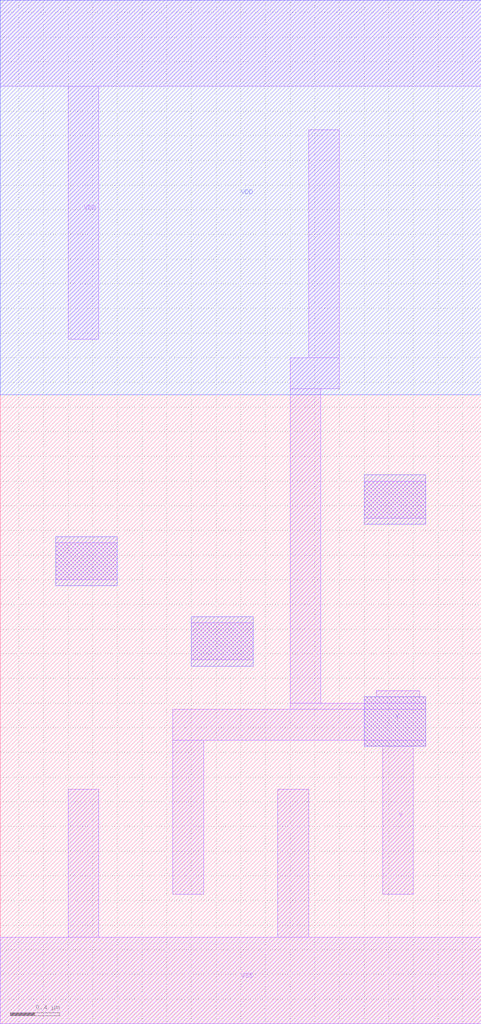
<source format=lef>
VERSION 5.7 ;
  NOWIREEXTENSIONATPIN ON ;
  DIVIDERCHAR "/" ;
  BUSBITCHARS "[]" ;
MACRO gf180mcu_osu_sc_gp12t3v3__nor3_1
  CLASS BLOCK ;
  FOREIGN gf180mcu_osu_sc_gp12t3v3__nor3_1 ;
  ORIGIN 0.150 0.000 ;
  SIZE 3.900 BY 8.300 ;
  PIN VDD
    USE POWER ;
    PORT
      LAYER Nwell ;
        RECT -0.150 5.100 3.750 8.300 ;
      LAYER Metal1 ;
        RECT -0.150 7.600 3.750 8.300 ;
        RECT 0.400 5.550 0.650 7.600 ;
    END
  END VDD
  PIN VSS
    USE GROUND ;
    PORT
      LAYER Metal1 ;
        RECT 0.400 0.700 0.650 1.900 ;
        RECT 2.100 0.700 2.350 1.900 ;
        RECT -0.150 0.000 3.750 0.700 ;
    END
  END VSS
  PIN Y
    ANTENNADIFFAREA 1.742500 ;
    PORT
      LAYER Metal1 ;
        RECT 2.350 5.400 2.600 7.250 ;
        RECT 2.200 5.150 2.600 5.400 ;
        RECT 2.200 2.600 2.450 5.150 ;
        RECT 2.900 2.650 3.250 2.700 ;
        RECT 2.800 2.600 3.300 2.650 ;
        RECT 2.200 2.550 3.300 2.600 ;
        RECT 1.250 2.300 3.300 2.550 ;
        RECT 1.250 1.050 1.500 2.300 ;
        RECT 2.800 2.250 3.300 2.300 ;
        RECT 2.950 1.050 3.200 2.250 ;
      LAYER Metal2 ;
        RECT 2.800 2.250 3.300 2.650 ;
    END
  END Y
  OBS
      LAYER Metal1 ;
        RECT 2.800 4.100 3.300 4.400 ;
        RECT 0.300 3.600 0.800 3.900 ;
        RECT 1.400 2.950 1.900 3.250 ;
      LAYER Metal2 ;
        RECT 2.800 4.050 3.300 4.450 ;
        RECT 0.300 3.550 0.800 3.950 ;
        RECT 1.400 2.900 1.900 3.300 ;
  END
END gf180mcu_osu_sc_gp12t3v3__nor3_1
END LIBRARY


</source>
